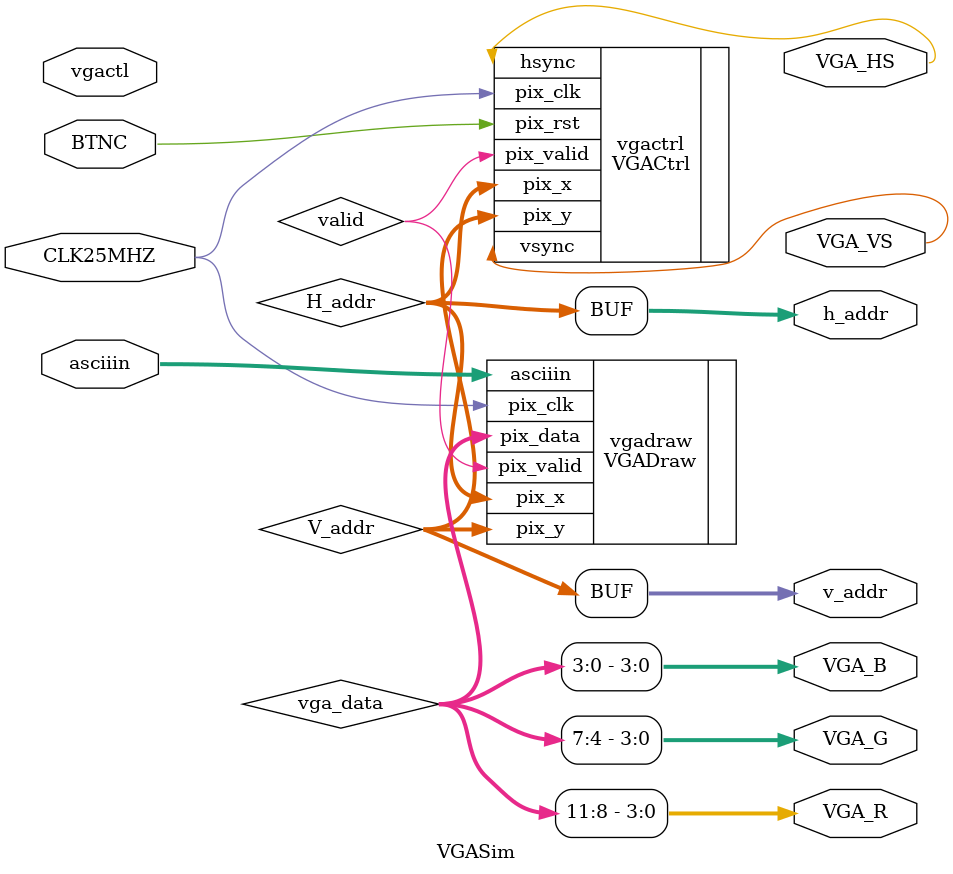
<source format=v>
`timescale 1ns / 1ps

module VGASim(
    input CLK25MHZ,        //ÏµÍ³Ê±ÖÓÐÅºÅ
    input  BTNC,           // ¸´Î»ÐÅºÅ
    output [3:0] VGA_R,    //ºìÉ«ÐÅºÅÖµ
    output [3:0] VGA_G,    //ÂÌÉ«ÐÅºÅÖµ
    output [3:0] VGA_B,     //À¶É«ÐÅºÅÖµ
    output  VGA_HS,         //ÐÐÍ¬²½ÐÅºÅ
    output  VGA_VS,          //Ö¡Í¬²½ÐÅºÅ
    output wire [11:0] h_addr,
    output wire [11:0] v_addr,
    input [7:0] asciiin,
    input vgactl
 );
wire [11:0] vga_data;
wire valid;
wire [11:0] H_addr;
wire [11:0] V_addr;
assign h_addr = H_addr;
assign v_addr = V_addr;
//wire CLK25MHZ;
//clk_wiz_0 myvgaclk(.clk_in1(CLK100MHZ),.reset(rst),.locked(locked),.clk_out1(CLK25MHZ));
//divider divider111(.CLK100MHZ(CLK100MHZ),.CLK25MHZ(CLK25MHZ));

VGACtrl vgactrl(.pix_x(H_addr),.pix_y(V_addr),.hsync(VGA_HS),.vsync(VGA_VS),.pix_valid(valid),.pix_clk(CLK25MHZ),.pix_rst(BTNC));
VGADraw vgadraw(.pix_data(vga_data),.pix_x(H_addr),.pix_y(V_addr),.pix_valid(valid),.pix_clk(CLK25MHZ),.asciiin(asciiin));

assign VGA_R=vga_data[11:8];
assign VGA_G=vga_data[7:4];
assign VGA_B=vga_data[3:0];
endmodule

</source>
